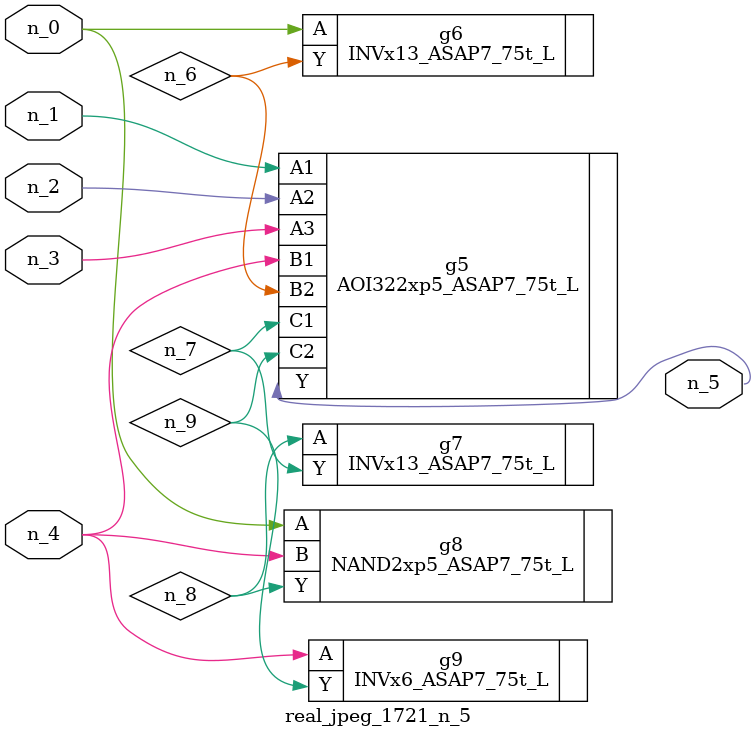
<source format=v>
module real_jpeg_1721_n_5 (n_4, n_0, n_1, n_2, n_3, n_5);

input n_4;
input n_0;
input n_1;
input n_2;
input n_3;

output n_5;

wire n_8;
wire n_6;
wire n_7;
wire n_9;

INVx13_ASAP7_75t_L g6 ( 
.A(n_0),
.Y(n_6)
);

NAND2xp5_ASAP7_75t_L g8 ( 
.A(n_0),
.B(n_4),
.Y(n_8)
);

AOI322xp5_ASAP7_75t_L g5 ( 
.A1(n_1),
.A2(n_2),
.A3(n_3),
.B1(n_4),
.B2(n_6),
.C1(n_7),
.C2(n_9),
.Y(n_5)
);

INVx6_ASAP7_75t_L g9 ( 
.A(n_4),
.Y(n_9)
);

INVx13_ASAP7_75t_L g7 ( 
.A(n_8),
.Y(n_7)
);


endmodule
</source>
